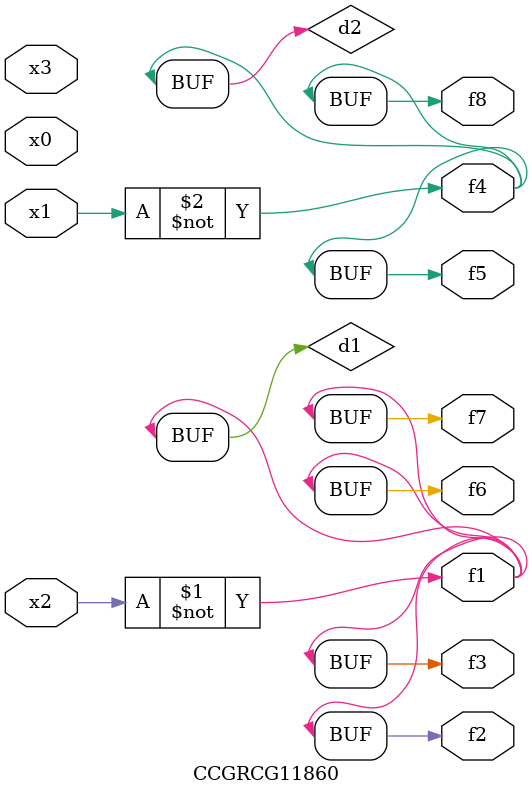
<source format=v>
module CCGRCG11860(
	input x0, x1, x2, x3,
	output f1, f2, f3, f4, f5, f6, f7, f8
);

	wire d1, d2;

	xnor (d1, x2);
	not (d2, x1);
	assign f1 = d1;
	assign f2 = d1;
	assign f3 = d1;
	assign f4 = d2;
	assign f5 = d2;
	assign f6 = d1;
	assign f7 = d1;
	assign f8 = d2;
endmodule

</source>
